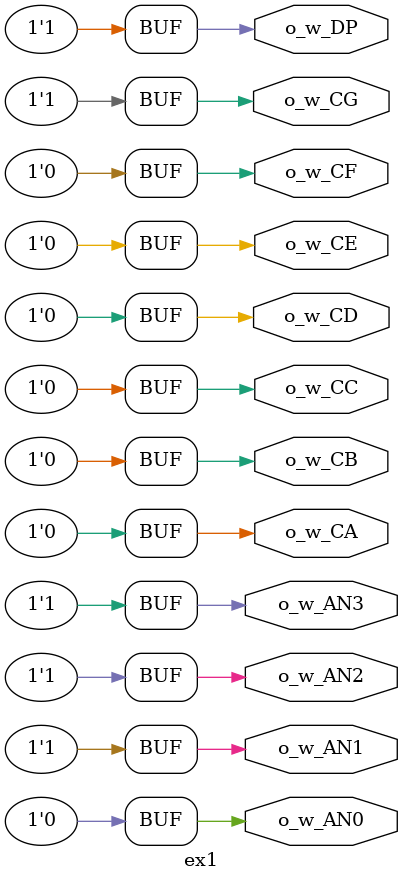
<source format=v>
module ex1(
    output o_w_AN0,
    output o_w_AN1,
    output o_w_AN2,
    output o_w_AN3,
    output o_w_CA,
    output o_w_CB,
    output o_w_CC,
    output o_w_CD,
    output o_w_CE,
    output o_w_CF,
    output o_w_CG,
    output o_w_DP
    );

    // TODO - print '0' to the 7 segment display
    assign o_w_AN0 = 0; // enable first digit
    assign o_w_AN1 = 1;
    assign o_w_AN2 = 1;
    assign o_w_AN3 = 1;
    
    assign o_w_CA = 0;
    assign o_w_CB = 0;
    assign o_w_CC = 0;
    assign o_w_CD = 0;
    assign o_w_CE = 0;
    assign o_w_CF = 0;
    assign o_w_CG = 1;
    assign o_w_DP = 1;
endmodule

</source>
